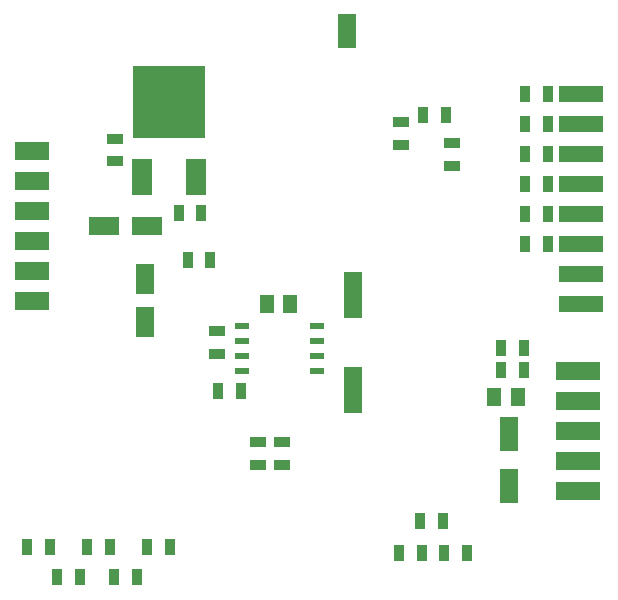
<source format=gbp>
G04 (created by PCBNEW (2013-mar-13)-testing) date nie, 20 paź 2013, 19:29:58*
%MOIN*%
G04 Gerber Fmt 3.4, Leading zero omitted, Abs format*
%FSLAX34Y34*%
G01*
G70*
G90*
G04 APERTURE LIST*
%ADD10C,0.005906*%
%ADD11R,0.045000X0.059000*%
%ADD12R,0.118110X0.059055*%
%ADD13R,0.059055X0.118110*%
%ADD14R,0.059055X0.157480*%
%ADD15R,0.035000X0.055000*%
%ADD16R,0.150000X0.060000*%
%ADD17R,0.055000X0.035000*%
%ADD18R,0.065000X0.120000*%
%ADD19R,0.240000X0.240000*%
%ADD20R,0.102400X0.063000*%
%ADD21R,0.063000X0.102400*%
%ADD22R,0.051200X0.059000*%
%ADD23R,0.063000X0.118100*%
%ADD24R,0.045000X0.020000*%
%ADD25R,0.150000X0.055000*%
G04 APERTURE END LIST*
G54D10*
G54D11*
X16861Y-12820D03*
X16061Y-12820D03*
G54D12*
X674Y-4645D03*
X674Y-5645D03*
X674Y-6645D03*
X674Y-7645D03*
X674Y-8645D03*
X674Y-9645D03*
G54D13*
X11174Y-645D03*
X11174Y-645D03*
G54D14*
X11374Y-9445D03*
X11374Y-12595D03*
G54D15*
X4499Y-17845D03*
X5249Y-17845D03*
X3399Y-18845D03*
X4149Y-18845D03*
X2499Y-17845D03*
X3249Y-17845D03*
X1499Y-18845D03*
X2249Y-18845D03*
X499Y-17845D03*
X1249Y-17845D03*
G54D16*
X18861Y-15970D03*
X18861Y-11970D03*
X18861Y-13970D03*
X18861Y-12970D03*
X18861Y-14970D03*
X18861Y-11970D03*
X18861Y-12970D03*
X18861Y-13970D03*
X18861Y-14970D03*
X18861Y-15970D03*
G54D15*
X17049Y-11920D03*
X16299Y-11920D03*
X17849Y-6745D03*
X17099Y-6745D03*
X17849Y-5745D03*
X17099Y-5745D03*
X17849Y-4745D03*
X17099Y-4745D03*
X17849Y-3745D03*
X17099Y-3745D03*
X17849Y-2745D03*
X17099Y-2745D03*
X17849Y-7745D03*
X17099Y-7745D03*
G54D17*
X14674Y-5120D03*
X14674Y-4370D03*
G54D18*
X6124Y-5495D03*
G54D19*
X5224Y-2995D03*
G54D18*
X4324Y-5495D03*
G54D15*
X5549Y-6695D03*
X6299Y-6695D03*
G54D17*
X3424Y-4970D03*
X3424Y-4220D03*
G54D15*
X16299Y-11195D03*
X17049Y-11195D03*
X5849Y-8270D03*
X6599Y-8270D03*
G54D17*
X12974Y-3670D03*
X12974Y-4420D03*
G54D15*
X13699Y-3445D03*
X14449Y-3445D03*
G54D20*
X4483Y-7145D03*
X3065Y-7145D03*
G54D21*
X4411Y-10329D03*
X4411Y-8911D03*
G54D22*
X9249Y-9720D03*
X8499Y-9720D03*
G54D23*
X16574Y-14079D03*
X16574Y-15811D03*
G54D17*
X8199Y-14345D03*
X8199Y-15095D03*
X6824Y-10645D03*
X6824Y-11395D03*
G54D15*
X6874Y-12645D03*
X7624Y-12645D03*
X13599Y-16970D03*
X14349Y-16970D03*
X12899Y-18045D03*
X13649Y-18045D03*
G54D17*
X8999Y-15095D03*
X8999Y-14345D03*
G54D15*
X14399Y-18045D03*
X15149Y-18045D03*
G54D24*
X7674Y-10470D03*
X7674Y-10970D03*
X7674Y-11470D03*
X7674Y-11970D03*
X10174Y-11970D03*
X10174Y-11470D03*
X10174Y-10970D03*
X10174Y-10470D03*
G54D25*
X18974Y-9745D03*
X18974Y-8745D03*
X18974Y-7745D03*
X18974Y-6745D03*
X18974Y-5745D03*
X18974Y-4745D03*
X18974Y-3745D03*
X18974Y-2745D03*
M02*

</source>
